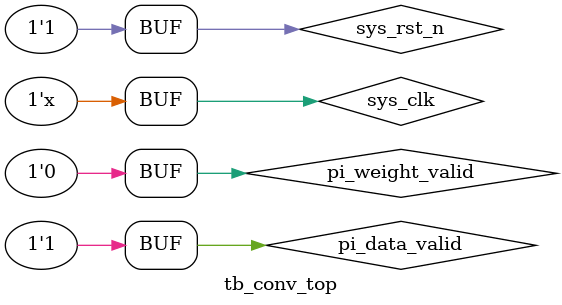
<source format=v>
`timescale 1ns/1ns

module tb_conv_top();

reg             sys_clk         ;
reg             sys_rst_n       ;
//reg  [8:0]    image_size      ;
reg             pi_weight_valid ;
reg    [15:0]   pi_weight       ;
reg             pi_data_valid   ;
reg    [15:0]   pi_data         ;
//reg    [15:0]   average         ;
//reg    [15:0]   std            ;
                                
wire   [15:0]   map_out         ; 
wire            map_out_valid   ;

initial
    begin
        sys_clk = 1'b1;
        sys_rst_n <= 1'b0;
        pi_weight_valid <= 1'b0;
        pi_data_valid <= 1'b0;       
        #20
        sys_rst_n <= 1'b1;
        //pi_weight_valid <= 1'b1;
        //pi_data_valid <= 1'b1;
    end

always #20 sys_clk = ~sys_clk;

initial
    begin
        pi_weight_valid <= 1'b1;
        #1000
        pi_weight_valid <= 1'b0;
        #500
        pi_data_valid <= 1'b1;
        #2000
        pi_data_valid <= 1'b0;
        #500
        pi_weight_valid <= 1'b1;
        #500
        pi_weight_valid <= 1'b0;
        #2000
        pi_data_valid <= 1'b1;
        #500
        pi_weight_valid <= 1'b0;
    end


always@(posedge sys_clk or negedge sys_rst_n)
    if(sys_rst_n == 1'b0)
        begin
            pi_weight <= 16'd0;
            pi_data <= 16'd0;
        end
    else
        begin
            pi_weight <= 'b0000_0010_0000_0000;     //
            //pi_weight <= 'b1111_1111_0000_0000;
            //pi_data <= 512 + $random % 10;   
            pi_data <= 'b1111_1100_0000_0000;      //
            //pi_data <= 1;  
        end


conv_top conv_top_inst
(
   .sys_clk         (sys_clk        ),
   .sys_rst_n       (sys_rst_n      ),
   .image_size      (9'd5           ),
   .pi_weight_valid (pi_weight_valid),
   .pi_weight       (pi_weight      ),
   .pi_data_valid   (pi_data_valid  ),
   .pi_data         (pi_data        ),
   //.frame_num       (10'd5          ),
   .average        ('b100000000     ),
   .std            ('b1000000000    ),

   .map_out         (map_out        ), 
   .map_out_valid   (map_out_valid  )
);

endmodule

</source>
